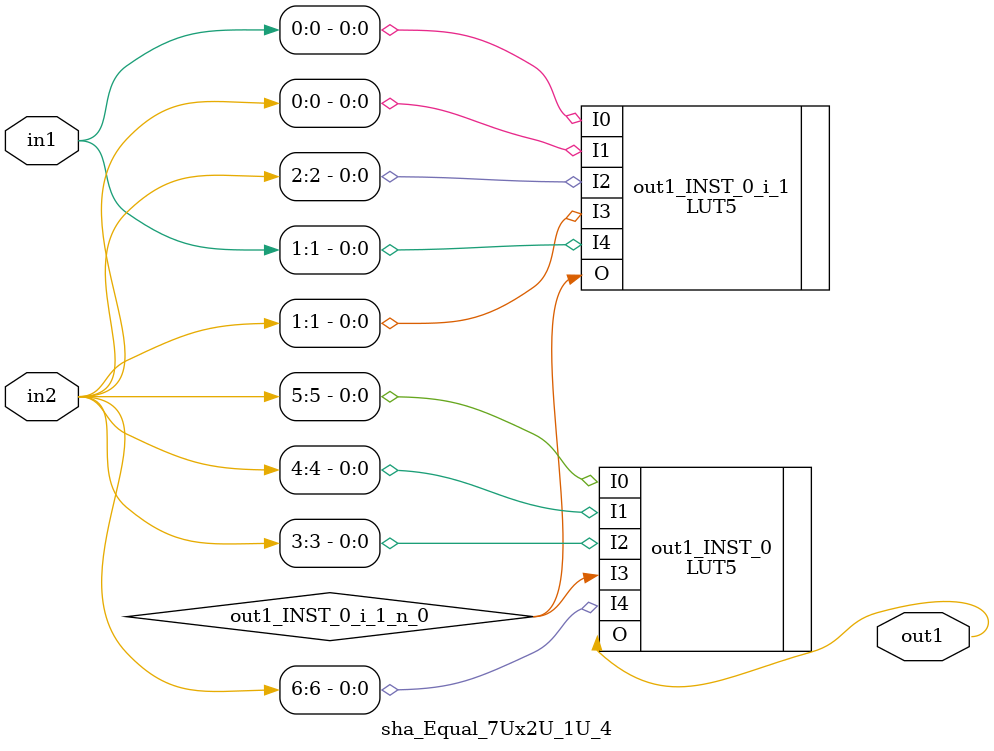
<source format=v>
`timescale 1 ps / 1 ps

(* STRUCTURAL_NETLIST = "yes" *)
module sha_Equal_7Ux2U_1U_4
   (in2,
    in1,
    out1);
  input [6:0]in2;
  input [1:0]in1;
  output out1;

  wire [1:0]in1;
  wire [6:0]in2;
  wire out1;
  wire out1_INST_0_i_1_n_0;

  LUT5 #(
    .INIT(32'h00000100)) 
    out1_INST_0
       (.I0(in2[5]),
        .I1(in2[4]),
        .I2(in2[3]),
        .I3(out1_INST_0_i_1_n_0),
        .I4(in2[6]),
        .O(out1));
  LUT5 #(
    .INIT(32'h09000009)) 
    out1_INST_0_i_1
       (.I0(in1[0]),
        .I1(in2[0]),
        .I2(in2[2]),
        .I3(in2[1]),
        .I4(in1[1]),
        .O(out1_INST_0_i_1_n_0));
endmodule


</source>
